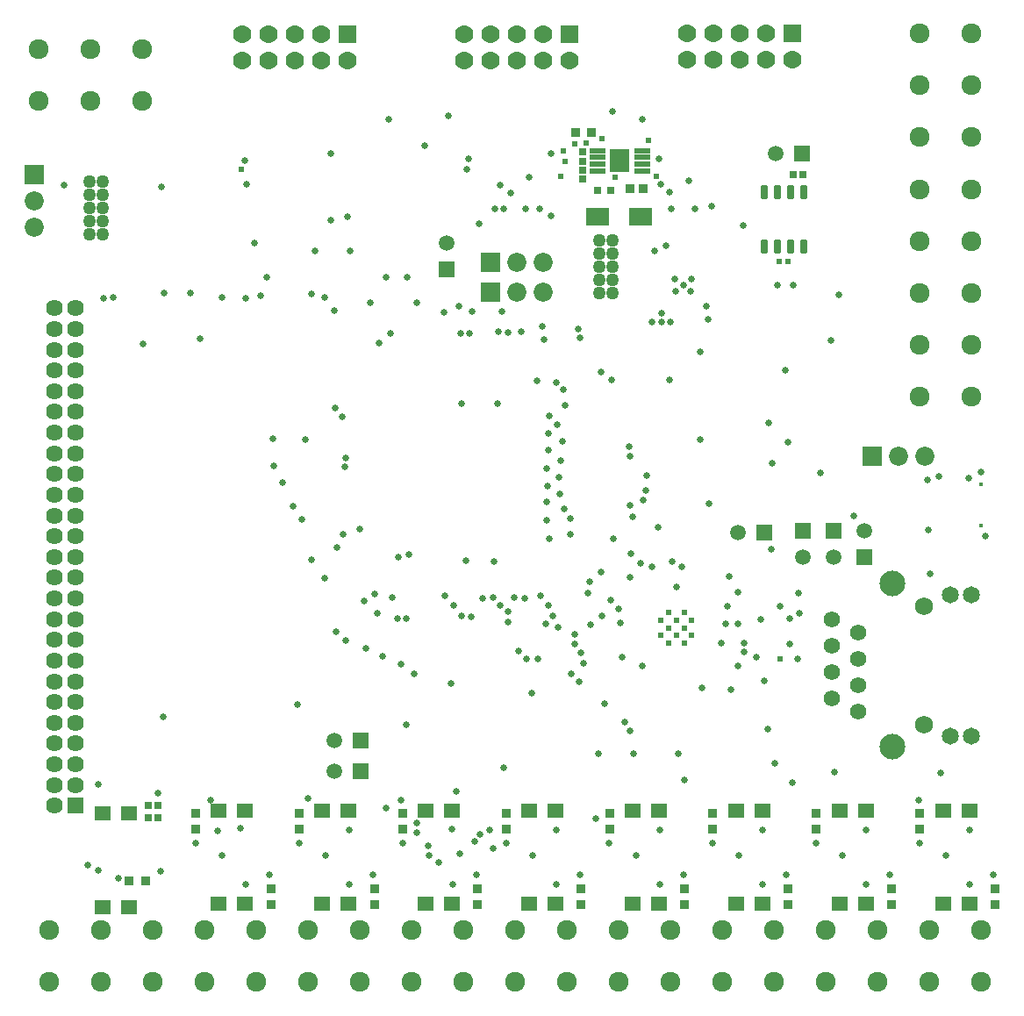
<source format=gbr>
%TF.GenerationSoftware,Altium Limited,Altium Designer,23.2.1 (34)*%
G04 Layer_Color=16711935*
%FSLAX45Y45*%
%MOMM*%
%TF.SameCoordinates,D2D2B7A9-F2F8-4E87-A196-037FCC396BAD*%
%TF.FilePolarity,Negative*%
%TF.FileFunction,Soldermask,Bot*%
%TF.Part,Single*%
G01*
G75*
%TA.AperFunction,SMDPad,CuDef*%
%ADD14R,0.85872X0.91213*%
%ADD15R,0.91213X0.85872*%
%ADD42R,0.80650X0.86822*%
%ADD44R,0.52000X0.52000*%
%TA.AperFunction,ComponentPad*%
%ADD65C,1.65000*%
%TA.AperFunction,SMDPad,CuDef*%
%ADD79R,0.70000X0.65000*%
%ADD94R,0.67000X0.67000*%
%ADD95R,0.67000X0.67000*%
%TA.AperFunction,ComponentPad*%
%ADD117C,1.52000*%
%ADD118R,1.52000X1.52000*%
%ADD119C,1.84500*%
%ADD120R,1.84500X1.84500*%
%ADD121R,1.84500X1.84500*%
%ADD122R,1.52000X1.52000*%
%ADD123R,1.62000X1.62000*%
%ADD124C,1.62000*%
%ADD125R,1.77000X1.77000*%
%ADD126C,1.77000*%
%ADD127C,1.27000*%
%ADD128C,1.56600*%
%ADD129C,2.47500*%
%ADD130C,1.74500*%
%ADD131C,1.92000*%
%ADD132C,0.39500*%
%TA.AperFunction,WasherPad*%
%ADD133C,0.12000*%
%TA.AperFunction,ViaPad*%
%ADD134C,0.63000*%
%ADD135C,0.62000*%
%TA.AperFunction,SMDPad,CuDef*%
%ADD136R,1.62000X1.42000*%
%ADD137R,1.96600X2.27000*%
%ADD138R,1.52000X0.57000*%
%ADD139R,2.32000X1.67000*%
G04:AMPARAMS|DCode=140|XSize=0.67mm|YSize=1.37mm|CornerRadius=0.1095mm|HoleSize=0mm|Usage=FLASHONLY|Rotation=0.000|XOffset=0mm|YOffset=0mm|HoleType=Round|Shape=RoundedRectangle|*
%AMROUNDEDRECTD140*
21,1,0.67000,1.15100,0,0,0.0*
21,1,0.45100,1.37000,0,0,0.0*
1,1,0.21900,0.22550,-0.57550*
1,1,0.21900,-0.22550,-0.57550*
1,1,0.21900,-0.22550,0.57550*
1,1,0.21900,0.22550,0.57550*
%
%ADD140ROUNDEDRECTD140*%
D14*
X12172329Y3575000D02*
D03*
X12327671D02*
D03*
X16475510Y10792460D02*
D03*
X16630852D02*
D03*
D15*
X19800000Y4227671D02*
D03*
Y4072329D02*
D03*
X18801842Y4227671D02*
D03*
Y4072329D02*
D03*
X17803682Y4227671D02*
D03*
Y4072329D02*
D03*
X16805524Y4227671D02*
D03*
Y4072329D02*
D03*
X15807364Y4227671D02*
D03*
Y4072329D02*
D03*
X14809206Y4227671D02*
D03*
Y4072329D02*
D03*
X13811046Y4227670D02*
D03*
Y4072329D02*
D03*
X12812888Y4227671D02*
D03*
Y4072329D02*
D03*
X20525000Y3500000D02*
D03*
Y3344659D02*
D03*
X19526842Y3500000D02*
D03*
Y3344659D02*
D03*
X18528682Y3500000D02*
D03*
Y3344659D02*
D03*
X17530524Y3500000D02*
D03*
Y3344659D02*
D03*
X16532364Y3500000D02*
D03*
Y3344659D02*
D03*
X15534206Y3500000D02*
D03*
Y3344659D02*
D03*
X14536046Y3500000D02*
D03*
Y3344659D02*
D03*
X13537888Y3500000D02*
D03*
Y3344659D02*
D03*
D42*
X17132300Y10253980D02*
D03*
X17007129D02*
D03*
D44*
X18526120Y9555480D02*
D03*
X18446120D02*
D03*
D65*
X20096999Y4974998D02*
D03*
X20299998D02*
D03*
X20096999Y6334998D02*
D03*
X20299998D02*
D03*
D79*
X16691380Y10241280D02*
D03*
X16821381D02*
D03*
D94*
X12355010Y4179999D02*
D03*
X12445010D02*
D03*
X12355010Y4304999D02*
D03*
X12445010D02*
D03*
X18578281Y10388600D02*
D03*
X18668280D02*
D03*
D95*
X16543021Y10433600D02*
D03*
Y10343600D02*
D03*
X16545560Y10608860D02*
D03*
Y10518860D02*
D03*
D117*
X15232381Y9725660D02*
D03*
X18046700Y6939279D02*
D03*
X18966182Y6695439D02*
D03*
X19260823Y6951980D02*
D03*
X18671539Y6697979D02*
D03*
X18409920Y10596880D02*
D03*
X14147800Y4927600D02*
D03*
Y4635500D02*
D03*
D118*
X15232381Y9471660D02*
D03*
X18966182Y6949439D02*
D03*
X19260823Y6697980D02*
D03*
X18671539Y6951979D02*
D03*
D119*
X11252200Y9880600D02*
D03*
Y10134600D02*
D03*
X19848810Y7672090D02*
D03*
X19594810D02*
D03*
X16167101Y9253220D02*
D03*
X15913100D02*
D03*
X16164560Y9540240D02*
D03*
X15910561D02*
D03*
D120*
X11252200Y10388600D02*
D03*
D121*
X19340810Y7672090D02*
D03*
X15659100Y9253220D02*
D03*
X15656560Y9540240D02*
D03*
D122*
X18300699Y6939279D02*
D03*
X18663921Y10596880D02*
D03*
X14401801Y4927600D02*
D03*
Y4635500D02*
D03*
D123*
X11649999Y4300001D02*
D03*
D124*
X11449998D02*
D03*
X11649999Y4500001D02*
D03*
X11449998D02*
D03*
X11649999Y4700001D02*
D03*
X11449998D02*
D03*
X11649999Y4900001D02*
D03*
X11449998D02*
D03*
X11649999Y5100000D02*
D03*
X11449998D02*
D03*
X11649999Y5300001D02*
D03*
X11449998D02*
D03*
X11649999Y5500000D02*
D03*
X11449998D02*
D03*
X11649999Y5700001D02*
D03*
X11449998D02*
D03*
X11649999Y5900001D02*
D03*
X11449998D02*
D03*
X11649999Y6100000D02*
D03*
X11449998D02*
D03*
X11649999Y6300001D02*
D03*
X11449998D02*
D03*
X11649999Y6500000D02*
D03*
X11449998D02*
D03*
X11649999Y6700001D02*
D03*
X11449998D02*
D03*
X11649999Y6900000D02*
D03*
X11449998D02*
D03*
X11649999Y7100001D02*
D03*
X11449998D02*
D03*
X11649999Y7300001D02*
D03*
X11449998D02*
D03*
X11649999Y7500000D02*
D03*
X11449998D02*
D03*
X11649999Y7700001D02*
D03*
X11449998D02*
D03*
X11649999Y7900000D02*
D03*
X11449998D02*
D03*
X11649999Y8100001D02*
D03*
X11449998D02*
D03*
X11649999Y8300000D02*
D03*
X11449998D02*
D03*
X11649999Y8500001D02*
D03*
X11449998D02*
D03*
X11649999Y8700001D02*
D03*
X11449998D02*
D03*
X11649999Y8900000D02*
D03*
X11449998D02*
D03*
X11649999Y9100001D02*
D03*
X11449998D02*
D03*
D125*
X16419200Y11747080D02*
D03*
X18566440Y11750000D02*
D03*
X14277341Y11747500D02*
D03*
D126*
X16419200Y11493080D02*
D03*
X16165199Y11747080D02*
D03*
Y11493080D02*
D03*
X15911200Y11747080D02*
D03*
Y11493080D02*
D03*
X15657201Y11747080D02*
D03*
Y11493080D02*
D03*
X15403200Y11747080D02*
D03*
Y11493080D02*
D03*
X18566440Y11496000D02*
D03*
X18312440Y11750000D02*
D03*
Y11496000D02*
D03*
X18058440Y11750000D02*
D03*
Y11496000D02*
D03*
X17804440Y11750000D02*
D03*
Y11496000D02*
D03*
X17550439Y11750000D02*
D03*
Y11496000D02*
D03*
X14277341Y11493500D02*
D03*
X14023340Y11747500D02*
D03*
Y11493500D02*
D03*
X13769341Y11747500D02*
D03*
Y11493500D02*
D03*
X13515340Y11747500D02*
D03*
Y11493500D02*
D03*
X13261340Y11747500D02*
D03*
Y11493500D02*
D03*
D127*
X16837660Y9243060D02*
D03*
X16710660D02*
D03*
X16837660Y9370060D02*
D03*
X16710660D02*
D03*
X16837660Y9497060D02*
D03*
X16710660D02*
D03*
X16837660Y9624060D02*
D03*
X16710660D02*
D03*
X16837660Y9751060D02*
D03*
X16710660D02*
D03*
X11912600Y9817100D02*
D03*
X11785600D02*
D03*
X11912600Y9944100D02*
D03*
X11785600D02*
D03*
X11912600Y10071100D02*
D03*
X11785600D02*
D03*
X11912600Y10198100D02*
D03*
X11785600D02*
D03*
X11912600Y10325100D02*
D03*
X11785600D02*
D03*
D128*
X18952998Y6099498D02*
D03*
X19206998Y5972498D02*
D03*
X18952998Y5845498D02*
D03*
X19206998Y5718498D02*
D03*
X18952998Y5591498D02*
D03*
X19206998Y5464498D02*
D03*
X18952998Y5337498D02*
D03*
X19206998Y5210498D02*
D03*
D129*
X19537000Y4867498D02*
D03*
Y6442498D02*
D03*
D130*
X19841998Y5083498D02*
D03*
Y6226498D02*
D03*
D131*
X19799998Y10750002D02*
D03*
X20299998D02*
D03*
X19799997Y11250002D02*
D03*
X20299998D02*
D03*
X19799998Y9250002D02*
D03*
X20299998D02*
D03*
X20387115Y3100002D02*
D03*
Y2600002D02*
D03*
X19388956Y3100002D02*
D03*
Y2600002D02*
D03*
X18390797Y3100002D02*
D03*
Y2600002D02*
D03*
X17392638Y3100002D02*
D03*
Y2600002D02*
D03*
X16394479Y3100002D02*
D03*
Y2600002D02*
D03*
X15396320Y3100002D02*
D03*
Y2600002D02*
D03*
X14398161Y3100000D02*
D03*
Y2600000D02*
D03*
X13400002Y3100002D02*
D03*
Y2600002D02*
D03*
X19887115Y3100002D02*
D03*
Y2600002D02*
D03*
X18888956Y3100002D02*
D03*
Y2600002D02*
D03*
X17890797Y3100002D02*
D03*
Y2600002D02*
D03*
X16892638Y3100002D02*
D03*
Y2600002D02*
D03*
X15894479Y3100002D02*
D03*
Y2600002D02*
D03*
X14896320Y3100002D02*
D03*
Y2600002D02*
D03*
X13898161Y3099999D02*
D03*
Y2599999D02*
D03*
X12900002Y3100002D02*
D03*
Y2600002D02*
D03*
X11900000Y3100000D02*
D03*
Y2600000D02*
D03*
X12400002Y3099998D02*
D03*
Y2599998D02*
D03*
X19800000Y10250000D02*
D03*
X20300000D02*
D03*
X19800000Y9750000D02*
D03*
X20300000D02*
D03*
X19800000Y11750000D02*
D03*
X20300000D02*
D03*
X19800000Y8250000D02*
D03*
X20300000D02*
D03*
X19799995Y8750044D02*
D03*
X20299995D02*
D03*
X11300000Y11100000D02*
D03*
Y11600000D02*
D03*
X11400000Y3100000D02*
D03*
Y2600000D02*
D03*
X12300000Y11100000D02*
D03*
Y11600000D02*
D03*
X11800000Y11100000D02*
D03*
Y11600000D02*
D03*
D132*
X20386600Y7002602D02*
D03*
Y7402603D02*
D03*
D133*
X18854420Y10929620D02*
D03*
X13426440Y4564380D02*
D03*
X16101060Y4924913D02*
D03*
X18046700Y7858760D02*
D03*
X12908279Y10787380D02*
D03*
X18046700Y4924913D02*
D03*
D134*
X19164981Y7095217D02*
D03*
X18841721Y7513320D02*
D03*
X18376900Y7602220D02*
D03*
X17119600Y10923222D02*
D03*
X16837660Y11000740D02*
D03*
X18632700Y6351683D02*
D03*
X18263226Y6099948D02*
D03*
X13796245Y5273630D02*
D03*
X13241618Y4083008D02*
D03*
X13560910Y7842989D02*
D03*
X12758420Y9248140D02*
D03*
X14695792Y8859726D02*
D03*
X12481560Y10271760D02*
D03*
X14274800Y9984740D02*
D03*
X13964920Y9654540D02*
D03*
X14114780Y9951720D02*
D03*
X17571719Y10330180D02*
D03*
X17302480Y10297160D02*
D03*
X16238220Y10594340D02*
D03*
X13289281Y10525760D02*
D03*
X15359045Y3840736D02*
D03*
X15159204Y3750000D02*
D03*
X17978740Y5423795D02*
D03*
X18301320Y5507615D02*
D03*
X19987260Y7477760D02*
D03*
X14114780Y10594340D02*
D03*
X15021561Y10668000D02*
D03*
X14673579Y10924540D02*
D03*
X15250160Y10955020D02*
D03*
X18338800Y7993380D02*
D03*
X19019490Y9232141D02*
D03*
X18943291Y8787641D02*
D03*
X17383730Y8409181D02*
D03*
X18524190Y7807201D02*
D03*
X17678371Y7830061D02*
D03*
X17162750Y7489701D02*
D03*
X17762190Y7217921D02*
D03*
X18978850Y4622041D02*
D03*
X18397189Y4710941D02*
D03*
X18331180Y5039360D02*
D03*
X16057851Y5389121D02*
D03*
X15788609Y4667761D02*
D03*
X17470090Y4799841D02*
D03*
X17035750D02*
D03*
X16697929D02*
D03*
X15284933Y4070369D02*
D03*
X15057120Y3914140D02*
D03*
X16438879Y5572760D02*
D03*
X16558260Y5671820D02*
D03*
X16466820Y5862320D02*
D03*
X17012920Y6728460D02*
D03*
X14765021Y6700520D02*
D03*
X17503140Y6601460D02*
D03*
X15770000Y9070000D02*
D03*
X16366637Y7162800D02*
D03*
X15823940Y8863528D02*
D03*
X16521298Y8813873D02*
D03*
X16500000Y8900000D02*
D03*
X14300000Y9650000D02*
D03*
X13300000Y10300000D02*
D03*
X17000000Y6500000D02*
D03*
X17101872Y6636781D02*
D03*
X18500000Y8500000D02*
D03*
X18100000Y9900000D02*
D03*
X17677489Y8675975D02*
D03*
X17350000Y9700000D02*
D03*
X17240421Y9655980D02*
D03*
X15277411Y5478072D02*
D03*
X14850000Y9400000D02*
D03*
X14950000Y9150000D02*
D03*
X14584135Y8762300D02*
D03*
X14650000Y9400000D02*
D03*
X14500000Y9150000D02*
D03*
X17028160Y7091680D02*
D03*
X17005299Y7668260D02*
D03*
X16997681Y7764780D02*
D03*
X17002760Y7198360D02*
D03*
X17272000Y6987540D02*
D03*
X15324612Y4441254D02*
D03*
X14841220Y5080000D02*
D03*
X15986760Y6304280D02*
D03*
X15473680Y6121400D02*
D03*
X12857480Y8808720D02*
D03*
X12504420Y9243060D02*
D03*
X16224466Y6875062D02*
D03*
X15379700Y8183880D02*
D03*
X15735300Y8872220D02*
D03*
X15722858Y8181711D02*
D03*
X15689580Y6654800D02*
D03*
X12308840Y8757920D02*
D03*
X11920220Y9192260D02*
D03*
X12019280Y9202420D02*
D03*
X13931900Y6672580D02*
D03*
X14053819Y6497320D02*
D03*
X13926820Y9237980D02*
D03*
X13497560Y9403080D02*
D03*
X13383260Y9733280D02*
D03*
X14058900Y9207500D02*
D03*
X11541760Y10284460D02*
D03*
X13065759Y9202420D02*
D03*
X13296899Y9199880D02*
D03*
X13441679Y9217660D02*
D03*
X12446000Y4419600D02*
D03*
X12501880Y5153660D02*
D03*
X11871960Y4508500D02*
D03*
X12473940Y3670300D02*
D03*
X11775440Y3728720D02*
D03*
X14541499Y6344920D02*
D03*
X14564360Y6154420D02*
D03*
X13027660Y4053840D02*
D03*
X11871960Y3677920D02*
D03*
X12070080Y3601720D02*
D03*
X14168120Y5976620D02*
D03*
X15420340Y6663540D02*
D03*
X15476221Y9067800D02*
D03*
X15349220Y9116060D02*
D03*
X15209520Y9060180D02*
D03*
X14152879Y9077960D02*
D03*
X13870940Y7835900D02*
D03*
X16154401Y8923020D02*
D03*
X16172180Y8798560D02*
D03*
X14442439Y6273800D02*
D03*
X16103600Y8399780D02*
D03*
X16289020Y8382000D02*
D03*
X16380460Y8163560D02*
D03*
X16225520Y8061960D02*
D03*
X16357600Y8318500D02*
D03*
X16304260Y7973060D02*
D03*
X16334740Y7632700D02*
D03*
X16217900Y7734300D02*
D03*
X16353975Y7818900D02*
D03*
X16218787Y7894320D02*
D03*
X13563600Y7579360D02*
D03*
X16207739Y7383780D02*
D03*
X16202660Y7551420D02*
D03*
X16314420Y7467600D02*
D03*
X16324580Y7305040D02*
D03*
X16202660Y7233920D02*
D03*
X17132300Y7251700D02*
D03*
X17158650Y7341550D02*
D03*
X18567400Y4521200D02*
D03*
X16200000Y7050000D02*
D03*
X16428957Y7068122D02*
D03*
X16427660Y6919116D02*
D03*
X14757401Y6108700D02*
D03*
X14846300D02*
D03*
X15379700Y6134100D02*
D03*
X15303500Y6235700D02*
D03*
X15748000D02*
D03*
X15887700Y6311900D02*
D03*
X15683249Y6313151D02*
D03*
X15582899Y6299200D02*
D03*
X15824200Y6172200D02*
D03*
Y6070600D02*
D03*
X14795500Y5664200D02*
D03*
X14922501Y5575300D02*
D03*
X14262100Y5892800D02*
D03*
X14452600Y5816600D02*
D03*
X14617700Y5740400D02*
D03*
X16217900Y6235700D02*
D03*
X16141701Y6324600D02*
D03*
X15214600D02*
D03*
X14706599Y6311900D02*
D03*
X16840199Y6873539D02*
D03*
X16611600Y6464300D02*
D03*
X16725900Y6553200D02*
D03*
X16192500Y6054130D02*
D03*
X14947900Y4130000D02*
D03*
Y4038600D02*
D03*
X16256000Y6134100D02*
D03*
X16306799Y6019800D02*
D03*
X14650752Y4274853D02*
D03*
X15556306Y4024669D02*
D03*
X15651364Y4067973D02*
D03*
X15503497Y3953904D02*
D03*
X15684500Y3886200D02*
D03*
X15062505Y3822700D02*
D03*
X15291106Y3543300D02*
D03*
X14807713Y3940774D02*
D03*
X15519705Y3632200D02*
D03*
X14795805Y4356100D02*
D03*
X16675101Y4178300D02*
D03*
X12953999Y4356100D02*
D03*
X13893800Y4368800D02*
D03*
X17525999Y4546600D02*
D03*
X19055141Y3822700D02*
D03*
X18800351Y3940774D02*
D03*
X19283742Y4064000D02*
D03*
Y3543300D02*
D03*
X19512341Y3632200D02*
D03*
X18056982Y3822700D02*
D03*
X17802191Y3940774D02*
D03*
X18285582Y4064000D02*
D03*
Y3543300D02*
D03*
X18514182Y3632200D02*
D03*
X17058823Y3822700D02*
D03*
X16804031Y3940774D02*
D03*
X17287424Y4064000D02*
D03*
Y3543300D02*
D03*
X17516023Y3632200D02*
D03*
X16060664Y3822700D02*
D03*
X15805873Y3940774D02*
D03*
X16289264Y4064000D02*
D03*
Y3543300D02*
D03*
X16517863Y3632200D02*
D03*
X14064346Y3822700D02*
D03*
X13809555Y3940774D02*
D03*
X14292946Y4064000D02*
D03*
Y3543300D02*
D03*
X14521545Y3632200D02*
D03*
X13066187Y3822700D02*
D03*
X12811395Y3940774D02*
D03*
X13294788Y3543300D02*
D03*
X13523387Y3632200D02*
D03*
X19786600Y4356100D02*
D03*
X20281900Y4064000D02*
D03*
X20053300Y3822700D02*
D03*
X20510500Y3632200D02*
D03*
X20281900Y3543300D02*
D03*
X19798511Y3940774D02*
D03*
X17284700Y10541000D02*
D03*
X16243300Y9994900D02*
D03*
X15444051Y10541000D02*
D03*
X15430499Y10439400D02*
D03*
X15544800Y9918700D02*
D03*
X17791138Y10086939D02*
D03*
X17386301Y10223500D02*
D03*
X17627600Y10058400D02*
D03*
X17399001D02*
D03*
X16128999D02*
D03*
X15999950Y10056350D02*
D03*
X15697200Y10058400D02*
D03*
X15786099D02*
D03*
X15849600Y10210800D02*
D03*
X15748000Y10287000D02*
D03*
X16027400Y10363200D02*
D03*
X18577560Y9324340D02*
D03*
X18427699Y9321800D02*
D03*
X17736819Y9116060D02*
D03*
X17757140Y8994140D02*
D03*
X17518600Y9320202D02*
D03*
X17592039Y9263380D02*
D03*
X17597121Y9382760D02*
D03*
X17439639Y9385300D02*
D03*
X17447260Y9260840D02*
D03*
X17396460Y8963660D02*
D03*
X17307561Y8966200D02*
D03*
X17213580Y8968740D02*
D03*
X17307561Y9055100D02*
D03*
X16728439Y8488680D02*
D03*
X13649960Y7416800D02*
D03*
X13756641Y7185660D02*
D03*
X13840460Y7061200D02*
D03*
X14229080Y8051800D02*
D03*
X14155420Y8135620D02*
D03*
X14259560Y7655560D02*
D03*
X14254799Y7566979D02*
D03*
X15458440Y8856980D02*
D03*
X15367000D02*
D03*
X15951199Y8872220D02*
D03*
X16822420Y8404860D02*
D03*
X20269200Y7457440D02*
D03*
X20388580Y7520940D02*
D03*
X20436839Y6903720D02*
D03*
X19880580Y6957060D02*
D03*
X19878040Y7439660D02*
D03*
X16957040Y5105400D02*
D03*
X16756380Y5285740D02*
D03*
X16733521Y6129020D02*
D03*
X16113760Y5720080D02*
D03*
X15928340Y5793740D02*
D03*
X14866620Y6723380D02*
D03*
X18366740Y6771640D02*
D03*
X19900900Y6540500D02*
D03*
X19997420Y4612640D02*
D03*
X16515080Y5496560D02*
D03*
X16002000Y5715000D02*
D03*
X16469360Y5951220D02*
D03*
X16532860Y5778500D02*
D03*
X17886681Y5872480D02*
D03*
X18041620Y5651500D02*
D03*
X18224500Y5732780D02*
D03*
X14399260Y6972300D02*
D03*
X14176982Y6788453D02*
D03*
X14234160Y6918960D02*
D03*
X17002760Y5019040D02*
D03*
X16600690Y6353316D02*
D03*
X16931641Y5732780D02*
D03*
X16621761Y6047740D02*
D03*
X17122141Y5651500D02*
D03*
X16908780Y6062980D02*
D03*
X16889880Y6196480D02*
D03*
X16819881Y6283960D02*
D03*
X17696179Y5438860D02*
D03*
X17412680Y6660142D02*
D03*
X17454880Y6413500D02*
D03*
X17218660Y6604000D02*
D03*
X17962880Y6515100D02*
D03*
X17940021Y6220460D02*
D03*
X18044160Y6360160D02*
D03*
Y6055360D02*
D03*
X17929860D02*
D03*
X18638519Y6159500D02*
D03*
X18544540Y6108700D02*
D03*
X18618201Y5717540D02*
D03*
X18547079Y5857240D02*
D03*
X18448019Y6223000D02*
D03*
X18102519Y5781040D02*
D03*
Y5869940D02*
D03*
D135*
X17525699Y6015598D02*
D03*
Y5867598D02*
D03*
X17451698Y5941598D02*
D03*
X17525699Y6163598D02*
D03*
X17303699Y6089598D02*
D03*
X17377699Y6163598D02*
D03*
Y5867598D02*
D03*
X17451698Y6089598D02*
D03*
X17303699Y5941598D02*
D03*
X17599699Y6089598D02*
D03*
Y5941598D02*
D03*
X17377699Y6015598D02*
D03*
X13256261Y10441940D02*
D03*
X16375380Y10515600D02*
D03*
X16332201Y10370820D02*
D03*
X16469360Y10685780D02*
D03*
X16357600Y10617200D02*
D03*
X17101163Y9980161D02*
D03*
X17183099Y10716260D02*
D03*
X17259300Y10375900D02*
D03*
X16730980Y10736580D02*
D03*
X16581120Y10695940D02*
D03*
X16857980Y10360660D02*
D03*
X16906239Y10523220D02*
D03*
X18450000Y5718100D02*
D03*
D136*
X20277000Y3350000D02*
D03*
X20023000D02*
D03*
Y4250000D02*
D03*
X20277000D02*
D03*
X19278841Y3350000D02*
D03*
X19024840D02*
D03*
Y4250000D02*
D03*
X19278841D02*
D03*
X18280681Y3350000D02*
D03*
X18026682D02*
D03*
Y4250000D02*
D03*
X18280681D02*
D03*
X17282523Y3350000D02*
D03*
X17028522D02*
D03*
Y4250000D02*
D03*
X17282523D02*
D03*
X16284363Y3350000D02*
D03*
X16030363D02*
D03*
Y4250000D02*
D03*
X16284363D02*
D03*
X15286205Y3354052D02*
D03*
X15032204D02*
D03*
Y4254052D02*
D03*
X15286205D02*
D03*
X14288045Y3350000D02*
D03*
X14034045D02*
D03*
Y4250000D02*
D03*
X14288045D02*
D03*
X13289886Y3350000D02*
D03*
X13035886D02*
D03*
Y4250000D02*
D03*
X13289886D02*
D03*
X11917680Y4224440D02*
D03*
X12171680D02*
D03*
Y3324440D02*
D03*
X11917680D02*
D03*
D137*
X16906239Y10523220D02*
D03*
D138*
X17126241Y10425720D02*
D03*
Y10490720D02*
D03*
Y10555720D02*
D03*
Y10620720D02*
D03*
X16686240D02*
D03*
Y10555720D02*
D03*
Y10490720D02*
D03*
Y10425720D02*
D03*
D139*
X17101820Y9982200D02*
D03*
X16691820D02*
D03*
D140*
X18679160Y9699380D02*
D03*
X18552161D02*
D03*
X18425160D02*
D03*
X18298160D02*
D03*
X18679160Y10224380D02*
D03*
X18552161D02*
D03*
X18425160D02*
D03*
X18298160D02*
D03*
%TF.MD5,bb7a70d0264a5106f6f9af797cc0f091*%
M02*

</source>
